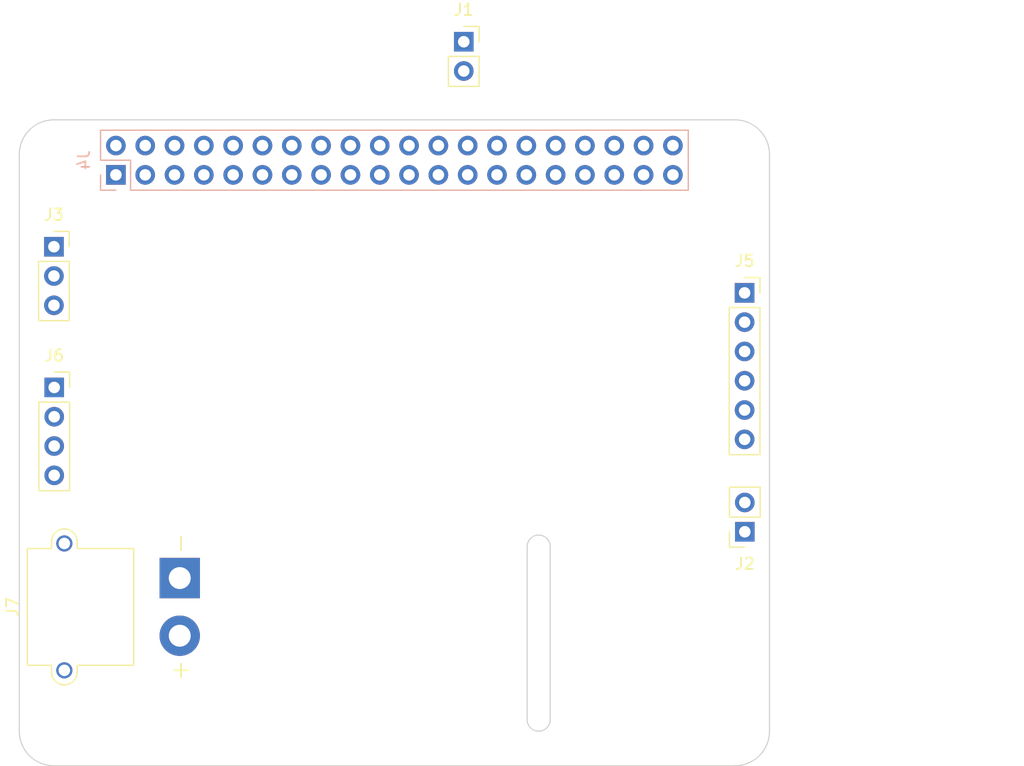
<source format=kicad_pcb>
(kicad_pcb (version 20211014) (generator pcbnew)
  (layers (0 "F.Cu" signal) (31 "B.Cu" signal) (34 "B.Paste" user) (35 "F.Paste" user) (36 "B.SilkS" user "B.Silkscreen") (37 "F.SilkS" user "F.Silkscreen") (38 "B.Mask" user) (39 "F.Mask" user) (44 "Edge.Cuts" user))
  (net 0 "")
  (net 1 "VD")
  (net 2 "+5V")
  (net 3 "+BATT")
  (net 4 "GND")
  (net 5 "/GPIO18{slash}GEN1")
  (net 6 "Vdrive")
  (net 7 "+3V3")
  (net 8 "/GPIO2{slash}SDA1")
  (net 9 "/5v")
  (net 10 "/GPIO3{slash}SCL1")
  (net 11 "/GPIO4{slash}GPCLK")
  (net 12 "/GPIO14{slash}TXD0")
  (net 13 "/GPIO15{slash}RXD0")
  (net 14 "/GPIO17{slash}GEN0")
  (net 15 "/GPIO27{slash}GEN2")
  (net 16 "/GPIO22{slash}GEN3")
  (net 17 "/GPIO23{slash}GEN4")
  (net 18 "/3v3")
  (net 19 "/GPIO24{slash}GEN5")
  (net 20 "/GPIO10{slash}MOSI")
  (net 21 "/GPIO9{slash}MISO")
  (net 22 "/GPIO25{slash}GEN6")
  (net 23 "/GPIO11{slash}SCLK")
  (net 24 "/GPIO8{slash}CE0")
  (net 25 "/GPIO7{slash}CE1")
  (net 26 "/ID_SDA")
  (net 27 "/ID_SCL")
  (net 28 "/GPIO5")
  (net 29 "/GPIO6")
  (net 30 "/GPIO12")
  (net 31 "/GPIO13")
  (net 32 "/GPIO19")
  (net 33 "/GPIO16")
  (net 34 "/GPIO26")
  (net 35 "/GPIO20")
  (net 36 "/GPIO21")
  (footprint "Connector_PinSocket_2.54mm:PinSocket_1x02_P2.54mm_Vertical" (layer "F.Cu") (at 179.349861 110.487769 180)
    (fp_text reference "J2" (at 0 -2.77) (layer "F.SilkS"))
    (fp_text value "Conn_01x02")
    (fp_line (start 0 -1.33) (end 1.33 -1.33) (layer "F.SilkS") (width 0.12))
    (fp_line (start 1.33 1.27) (end 1.33 3.87) (layer "F.SilkS") (width 0.12))
    (fp_line (start 1.33 -1.33) (end 1.33 0) (layer "F.SilkS") (width 0.12))
    (fp_line (start -1.33 1.27) (end -1.33 3.87) (layer "F.SilkS") (width 0.12))
    (fp_line (start -1.33 1.27) (end 1.33 1.27) (layer "F.SilkS") (width 0.12))
    (fp_line (start -1.33 3.87) (end 1.33 3.87) (layer "F.SilkS") (width 0.12))
    (pad "1" thru_hole rect (at 0 0 180) (size 1.7 1.7) (drill 1) (layers *.Cu *.Mask) (net 3 "+BATT"))
    (pad "2" thru_hole oval (at 0 2.54 180) (size 1.7 1.7) (drill 1) (layers *.Cu *.Mask) (net 4 "GND"))
  )
  (footprint "Connector_PinSocket_2.54mm:PinSocket_1x03_P2.54mm_Vertical" (layer "F.Cu") (at 119.490026 85.772936)
    (fp_text reference "J3" (at 0 -2.77) (layer "F.SilkS"))
    (fp_text value "Conn_01x03")
    (fp_line (start -1.33 1.27) (end 1.33 1.27) (layer "F.SilkS") (width 0.12))
    (fp_line (start -1.33 1.27) (end -1.33 6.41) (layer "F.SilkS") (width 0.12))
    (fp_line (start 0 -1.33) (end 1.33 -1.33) (layer "F.SilkS") (width 0.12))
    (fp_line (start 1.33 -1.33) (end 1.33 0) (layer "F.SilkS") (width 0.12))
    (fp_line (start -1.33 6.41) (end 1.33 6.41) (layer "F.SilkS") (width 0.12))
    (fp_line (start 1.33 1.27) (end 1.33 6.41) (layer "F.SilkS") (width 0.12))
    (pad "1" thru_hole rect (at 0 0) (size 1.7 1.7) (drill 1) (layers *.Cu *.Mask) (net 5 "/GPIO18{slash}GEN1"))
    (pad "2" thru_hole oval (at 0 2.54) (size 1.7 1.7) (drill 1) (layers *.Cu *.Mask) (net 6 "Vdrive"))
    (pad "3" thru_hole oval (at 0 5.08) (size 1.7 1.7) (drill 1) (layers *.Cu *.Mask) (net 4 "GND"))
  )
  (footprint "Connector_PinSocket_2.54mm:PinSocket_1x02_P2.54mm_Vertical" (layer "F.Cu") (at 155 68)
    (fp_text reference "J1" (at 0 -2.77) (layer "F.SilkS"))
    (fp_text value "Conn_01x02")
    (fp_line (start -1.33 1.27) (end 1.33 1.27) (layer "F.SilkS") (width 0.12))
    (fp_line (start -1.33 1.27) (end -1.33 3.87) (layer "F.SilkS") (width 0.12))
    (fp_line (start 1.33 1.27) (end 1.33 3.87) (layer "F.SilkS") (width 0.12))
    (fp_line (start 1.33 -1.33) (end 1.33 0) (layer "F.SilkS") (width 0.12))
    (fp_line (start -1.33 3.87) (end 1.33 3.87) (layer "F.SilkS") (width 0.12))
    (fp_line (start 0 -1.33) (end 1.33 -1.33) (layer "F.SilkS") (width 0.12))
    (pad "1" thru_hole rect (at 0 0) (size 1.7 1.7) (drill 1) (layers *.Cu *.Mask) (net 1 "VD"))
    (pad "2" thru_hole oval (at 0 2.54) (size 1.7 1.7) (drill 1) (layers *.Cu *.Mask) (net 2 "+5V"))
  )
  (footprint "MountingHole:MountingHole_2.7mm_M2.5" (layer "F.Cu") (at 119.990026 78.272936)
    (fp_text reference "MH1" hide)
    (fp_text value "MountingHole_2.7mm_M2.5" hide)
    (pad "" np_thru_hole circle locked (at 0 0) (size 2.7 2.7) (drill 2.7) (layers F&B.Cu *.Mask))
  )
  (footprint "MountingHole:MountingHole_2.7mm_M2.5" (layer "F.Cu") (at 119.990026 127.272936)
    (fp_text reference "MH3" hide)
    (fp_text value "MountingHole_2.7mm_M2.5" hide)
    (pad "" np_thru_hole circle locked (at 0 0) (size 2.7 2.7) (drill 2.7) (layers F&B.Cu *.Mask))
  )
  (footprint "Connector_PinSocket_2.54mm:PinSocket_1x06_P2.54mm_Vertical" (layer "F.Cu") (at 179.331707 89.772936)
    (fp_text reference "J5" (at 0 -2.77) (layer "F.SilkS"))
    (fp_text value "Conn_01x06")
    (fp_line (start 1.33 -1.33) (end 1.33 0) (layer "F.SilkS") (width 0.12))
    (fp_line (start -1.33 1.27) (end 1.33 1.27) (layer "F.SilkS") (width 0.12))
    (fp_line (start -1.33 1.27) (end -1.33 14.03) (layer "F.SilkS") (width 0.12))
    (fp_line (start 1.33 1.27) (end 1.33 14.03) (layer "F.SilkS") (width 0.12))
    (fp_line (start -1.33 14.03) (end 1.33 14.03) (layer "F.SilkS") (width 0.12))
    (fp_line (start 0 -1.33) (end 1.33 -1.33) (layer "F.SilkS") (width 0.12))
    (pad "1" thru_hole rect (at 0 0) (size 1.7 1.7) (drill 1) (layers *.Cu *.Mask) (net 21 "/GPIO9{slash}MISO"))
    (pad "2" thru_hole oval (at 0 2.54) (size 1.7 1.7) (drill 1) (layers *.Cu *.Mask) (net 11 "/GPIO4{slash}GPCLK"))
    (pad "3" thru_hole oval (at 0 5.08) (size 1.7 1.7) (drill 1) (layers *.Cu *.Mask) (net 4 "GND"))
    (pad "4" thru_hole oval (at 0 7.62) (size 1.7 1.7) (drill 1) (layers *.Cu *.Mask) (net 2 "+5V"))
    (pad "5" thru_hole oval (at 0 10.16) (size 1.7 1.7) (drill 1) (layers *.Cu *.Mask) (net 10 "/GPIO3{slash}SCL1"))
    (pad "6" thru_hole oval (at 0 12.7) (size 1.7 1.7) (drill 1) (layers *.Cu *.Mask) (net 8 "/GPIO2{slash}SDA1"))
  )
  (footprint "MountingHole:MountingHole_2.7mm_M2.5" (layer "F.Cu") (at 177.990026 127.272936)
    (fp_text reference "MH4" hide)
    (fp_text value "MountingHole_2.7mm_M2.5" hide)
    (pad "" np_thru_hole circle locked (at 0 0) (size 2.7 2.7) (drill 2.7) (layers F&B.Cu *.Mask))
  )
  (footprint "Connector_AMASS:AMASS_XT30PW-M_1x02_P2.50mm_Horizontal" (layer "F.Cu") (at 130.3913 114.5 90)
    (fp_text reference "J7" (at -2.5 -14.5 90) (layer "F.SilkS"))
    (fp_text value "Conn_01x02_Male")
    (fp_text user "+" (at -8 0 90) (layer "F.SilkS") (effects (font (size 1.5 1.5))))
    (fp_text user "-" (at 3 0 90) (layer "F.SilkS") (effects (font (size 1.5 1.5))))
    (fp_line (start -7.56 -13.21) (end -7.56 -11.11) (layer "F.SilkS") (width 0.12))
    (fp_line (start 2.56 -8.89) (end 3.15 -8.89) (layer "F.SilkS") (width 0.12))
    (fp_line (start -7.56 -8.89) (end -7.56 -3.99) (layer "F.SilkS") (width 0.12))
    (fp_line (start -7.56 -13.21) (end 2.56 -13.21) (layer "F.SilkS") (width 0.12))
    (fp_line (start -8.15 -11.11) (end -7.56 -11.11) (layer "F.SilkS") (width 0.12))
    (fp_line (start -8.15 -8.89) (end -7.56 -8.89) (layer "F.SilkS") (width 0.12))
    (fp_line (start 2.56 -8.89) (end 2.56 -3.99) (layer "F.SilkS") (width 0.12))
    (fp_line (start -7.56 -3.99) (end 2.56 -3.99) (layer "F.SilkS") (width 0.12))
    (fp_line (start 2.56 -11.11) (end 3.15 -11.11) (layer "F.SilkS") (width 0.12))
    (fp_line (start 2.56 -13.21) (end 2.56 -11.11) (layer "F.SilkS") (width 0.12))
    (fp_arc (start 3.15 -11.11) (mid 4.26 -10) (end 3.15 -8.89) (layer "F.SilkS") (width 0.12))
    (fp_arc (start -8.15 -8.89) (mid -9.26 -10) (end -8.15 -11.11) (layer "F.SilkS") (width 0.12))
    (pad "" thru_hole circle (at 3 -10 90) (size 1.4 1.4) (drill 1) (layers *.Cu *.Mask))
    (pad "" thru_hole circle (at -8 -10 90) (size 1.4 1.4) (drill 1) (layers *.Cu *.Mask))
    (pad "1" thru_hole rect (at 0 0 90) (size 3.5 3.5) (drill 1.9) (layers *.Cu *.Mask))
    (pad "2" thru_hole circle (at -5 0 90) (size 3.5 3.5) (drill 1.9) (layers *.Cu *.Mask))
  )
  (footprint "Connector_PinSocket_2.54mm:PinSocket_1x04_P2.54mm_Vertical" (layer "F.Cu") (at 119.515026 97.972936)
    (fp_text reference "J6" (at 0 -2.77) (layer "F.SilkS"))
    (fp_text value "Conn_01x04")
    (fp_line (start 1.33 -1.33) (end 1.33 0) (layer "F.SilkS") (width 0.12))
    (fp_line (start 0 -1.33) (end 1.33 -1.33) (layer "F.SilkS") (width 0.12))
    (fp_line (start -1.33 1.27) (end -1.33 8.95) (layer "F.SilkS") (width 0.12))
    (fp_line (start 1.33 1.27) (end 1.33 8.95) (layer "F.SilkS") (width 0.12))
    (fp_line (start -1.33 8.95) (end 1.33 8.95) (layer "F.SilkS") (width 0.12))
    (fp_line (start -1.33 1.27) (end 1.33 1.27) (layer "F.SilkS") (width 0.12))
    (pad "1" thru_hole rect (at 0 0) (size 1.7 1.7) (drill 1) (layers *.Cu *.Mask) (net 7 "+3V3"))
    (pad "2" thru_hole oval (at 0 2.54) (size 1.7 1.7) (drill 1) (layers *.Cu *.Mask) (net 14 "/GPIO17{slash}GEN0"))
    (pad "3" thru_hole oval (at 0 5.08) (size 1.7 1.7) (drill 1) (layers *.Cu *.Mask) (net 15 "/GPIO27{slash}GEN2"))
    (pad "4" thru_hole oval (at 0 7.62) (size 1.7 1.7) (drill 1) (layers *.Cu *.Mask) (net 4 "GND"))
  )
  (footprint "MountingHole:MountingHole_2.7mm_M2.5" (layer "F.Cu") (at 177.990026 78.272936)
    (fp_text reference "MH2" hide)
    (fp_text value "MountingHole_2.7mm_M2.5" hide)
    (pad "" np_thru_hole circle locked (at 0 0) (size 2.7 2.7) (drill 2.7) (layers F&B.Cu *.Mask))
  )
  (footprint "Connector_PinSocket_2.54mm:PinSocket_2x20_P2.54mm_Vertical" (layer "B.Cu") (at 124.860026 79.542936 -90)
    (fp_text reference "J4" (at -1.27 2.77 90) (layer "B.SilkS") (effects (justify mirror)))
    (fp_text value "GPIO")
    (fp_line (start -3.87 1.33) (end -1.27 1.33) (layer "B.SilkS") (width 0.12))
    (fp_line (start -1.27 1.33) (end -1.27 -1.27) (layer "B.SilkS") (width 0.12))
    (fp_line (start 0 1.33) (end 1.33 1.33) (layer "B.SilkS") (width 0.12))
    (fp_line (start -1.27 -1.27) (end 1.33 -1.27) (layer "B.SilkS") (width 0.12))
    (fp_line (start -3.87 -49.59) (end 1.33 -49.59) (layer "B.SilkS") (width 0.12))
    (fp_line (start 1.33 -1.27) (end 1.33 -49.59) (layer "B.SilkS") (width 0.12))
    (fp_line (start 1.33 1.33) (end 1.33 0) (layer "B.SilkS") (width 0.12))
    (fp_line (start -3.87 1.33) (end -3.87 -49.59) (layer "B.SilkS") (width 0.12))
    (pad "1" thru_hole rect (at 0 0 270) (size 1.7 1.7) (drill 1) (layers *.Cu *.Mask) (net 7 "+3V3"))
    (pad "2" thru_hole oval (at -2.54 0 270) (size 1.7 1.7) (drill 1) (layers *.Cu *.Mask) (net 2 "+5V"))
    (pad "3" thru_hole oval (at 0 -2.54 270) (size 1.7 1.7) (drill 1) (layers *.Cu *.Mask) (net 8 "/GPIO2{slash}SDA1"))
    (pad "4" thru_hole oval (at -2.54 -2.54 270) (size 1.7 1.7) (drill 1) (layers *.Cu *.Mask) (net 9 "/5v"))
    (pad "5" thru_hole oval (at 0 -5.08 270) (size 1.7 1.7) (drill 1) (layers *.Cu *.Mask) (net 10 "/GPIO3{slash}SCL1"))
    (pad "6" thru_hole oval (at -2.54 -5.08 270) (size 1.7 1.7) (drill 1) (layers *.Cu *.Mask) (net 4 "GND"))
    (pad "7" thru_hole oval (at 0 -7.62 270) (size 1.7 1.7) (drill 1) (layers *.Cu *.Mask) (net 11 "/GPIO4{slash}GPCLK"))
    (pad "8" thru_hole oval (at -2.54 -7.62 270) (size 1.7 1.7) (drill 1) (layers *.Cu *.Mask) (net 12 "/GPIO14{slash}TXD0"))
    (pad "9" thru_hole oval (at 0 -10.16 270) (size 1.7 1.7) (drill 1) (layers *.Cu *.Mask) (net 4 "GND"))
    (pad "10" thru_hole oval (at -2.54 -10.16 270) (size 1.7 1.7) (drill 1) (layers *.Cu *.Mask) (net 13 "/GPIO15{slash}RXD0"))
    (pad "11" thru_hole oval (at 0 -12.7 270) (size 1.7 1.7) (drill 1) (layers *.Cu *.Mask) (net 14 "/GPIO17{slash}GEN0"))
    (pad "12" thru_hole oval (at -2.54 -12.7 270) (size 1.7 1.7) (drill 1) (layers *.Cu *.Mask) (net 5 "/GPIO18{slash}GEN1"))
    (pad "13" thru_hole oval (at 0 -15.24 270) (size 1.7 1.7) (drill 1) (layers *.Cu *.Mask) (net 15 "/GPIO27{slash}GEN2"))
    (pad "14" thru_hole oval (at -2.54 -15.24 270) (size 1.7 1.7) (drill 1) (layers *.Cu *.Mask) (net 4 "GND"))
    (pad "15" thru_hole oval (at 0 -17.78 270) (size 1.7 1.7) (drill 1) (layers *.Cu *.Mask) (net 16 "/GPIO22{slash}GEN3"))
    (pad "16" thru_hole oval (at -2.54 -17.78 270) (size 1.7 1.7) (drill 1) (layers *.Cu *.Mask) (net 17 "/GPIO23{slash}GEN4"))
    (pad "17" thru_hole oval (at 0 -20.32 270) (size 1.7 1.7) (drill 1) (layers *.Cu *.Mask) (net 18 "/3v3"))
    (pad "18" thru_hole oval (at -2.54 -20.32 270) (size 1.7 1.7) (drill 1) (layers *.Cu *.Mask) (net 19 "/GPIO24{slash}GEN5"))
    (pad "19" thru_hole oval (at 0 -22.86 270) (size 1.7 1.7) (drill 1) (layers *.Cu *.Mask) (net 20 "/GPIO10{slash}MOSI"))
    (pad "20" thru_hole oval (at -2.54 -22.86 270) (size 1.7 1.7) (drill 1) (layers *.Cu *.Mask) (net 4 "GND"))
    (pad "21" thru_hole oval (at 0 -25.4 270) (size 1.7 1.7) (drill 1) (layers *.Cu *.Mask) (net 21 "/GPIO9{slash}MISO"))
    (pad "22" thru_hole oval (at -2.54 -25.4 270) (size 1.7 1.7) (drill 1) (layers *.Cu *.Mask) (net 22 "/GPIO25{slash}GEN6"))
    (pad "23" thru_hole oval (at 0 -27.94 270) (size 1.7 1.7) (drill 1) (layers *.Cu *.Mask) (net 23 "/GPIO11{slash}SCLK"))
    (pad "24" thru_hole oval (at -2.54 -27.94 270) (size 1.7 1.7) (drill 1) (layers *.Cu *.Mask) (net 24 "/GPIO8{slash}CE0"))
    (pad "25" thru_hole oval (at 0 -30.48 270) (size 1.7 1.7) (drill 1) (layers *.Cu *.Mask) (net 4 "GND"))
    (pad "26" thru_hole oval (at -2.54 -30.48 270) (size 1.7 1.7) (drill 1) (layers *.Cu *.Mask) (net 25 "/GPIO7{slash}CE1"))
    (pad "27" thru_hole oval (at 0 -33.02 270) (size 1.7 1.7) (drill 1) (layers *.Cu *.Mask) (net 26 "/ID_SDA"))
    (pad "28" thru_hole oval (at -2.54 -33.02 270) (size 1.7 1.7) (drill 1) (layers *.Cu *.Mask) (net 27 "/ID_SCL"))
    (pad "29" thru_hole oval (at 0 -35.56 270) (size 1.7 1.7) (drill 1) (layers *.Cu *.Mask) (net 28 "/GPIO5"))
    (pad "30" thru_hole oval (at -2.54 -35.56 270) (size 1.7 1.7) (drill 1) (layers *.Cu *.Mask) (net 4 "GND"))
    (pad "31" thru_hole oval (at 0 -38.1 270) (size 1.7 1.7) (drill 1) (layers *.Cu *.Mask) (net 29 "/GPIO6"))
    (pad "32" thru_hole oval (at -2.54 -38.1 270) (size 1.7 1.7) (drill 1) (layers *.Cu *.Mask) (net 30 "/GPIO12"))
    (pad "33" thru_hole oval (at 0 -40.64 270) (size 1.7 1.7) (drill 1) (layers *.Cu *.Mask) (net 31 "/GPIO13"))
    (pad "34" thru_hole oval (at -2.54 -40.64 270) (size 1.7 1.7) (drill 1) (layers *.Cu *.Mask) (net 4 "GND"))
    (pad "35" thru_hole oval (at 0 -43.18 270) (size 1.7 1.7) (drill 1) (layers *.Cu *.Mask) (net 32 "/GPIO19"))
    (pad "36" thru_hole oval (at -2.54 -43.18 270) (size 1.7 1.7) (drill 1) (layers *.Cu *.Mask) (net 33 "/GPIO16"))
    (pad "37" thru_hole oval (at 0 -45.72 270) (size 1.7 1.7) (drill 1) (layers *.Cu *.Mask) (net 34 "/GPIO26"))
    (pad "38" thru_hole oval (at -2.54 -45.72 270) (size 1.7 1.7) (drill 1) (layers *.Cu *.Mask) (net 35 "/GPIO20"))
    (pad "39" thru_hole oval (at 0 -48.26 270) (size 1.7 1.7) (drill 1) (layers *.Cu *.Mask) (net 4 "GND"))
    (pad "40" thru_hole oval (at -2.54 -48.26 270) (size 1.7 1.7) (drill 1) (layers *.Cu *.Mask) (net 36 "/GPIO21"))
  )
  (gr_arc (start 116.490026 77.772936) (mid 117.368706 75.651616) (end 119.490026 74.772936) (layer "Edge.Cuts") (width 0.1))
  (gr_line (start 181.490026 127.772936) (end 181.490026 77.772936) (layer "Edge.Cuts") (width 0.1))
  (gr_line (start 116.490026 77.772936) (end 116.490026 127.772936) (layer "Edge.Cuts") (width 0.1))
  (gr_arc (start 178.490026 74.772936) (mid 180.611317 75.651627) (end 181.490026 77.772936) (layer "Edge.Cuts") (width 0.1))
  (gr_arc (start 162.490026 126.772936) (mid 161.490026 127.772936) (end 160.490026 126.772936) (layer "Edge.Cuts") (width 0.1))
  (gr_line (start 160.490026 126.772936) (end 160.490026 111.772936) (layer "Edge.Cuts") (width 0.1))
  (gr_line (start 119.490026 130.772936) (end 178.490026 130.772936) (layer "Edge.Cuts") (width 0.1))
  (gr_arc (start 160.490026 111.772936) (mid 161.490026 110.772936) (end 162.490026 111.772936) (layer "Edge.Cuts") (width 0.1))
  (gr_line (start 178.490026 74.772936) (end 119.490026 74.772936) (layer "Edge.Cuts") (width 0.1))
  (gr_arc (start 119.490026 130.772936) (mid 117.368706 129.894256) (end 116.490026 127.772936) (layer "Edge.Cuts") (width 0.1))
  (gr_arc (start 181.490026 127.772936) (mid 180.611345 129.894255) (end 178.490026 130.772936) (layer "Edge.Cuts") (width 0.1))
  (gr_line (start 162.490026 111.772936) (end 162.490026 126.772936) (layer "Edge.Cuts") (width 0.1))
  (segment (start 179.331707 102.472936) (end 178.79748 102.472936) (width 0.3) (layer "F.Cu") (net 8))
)
</source>
